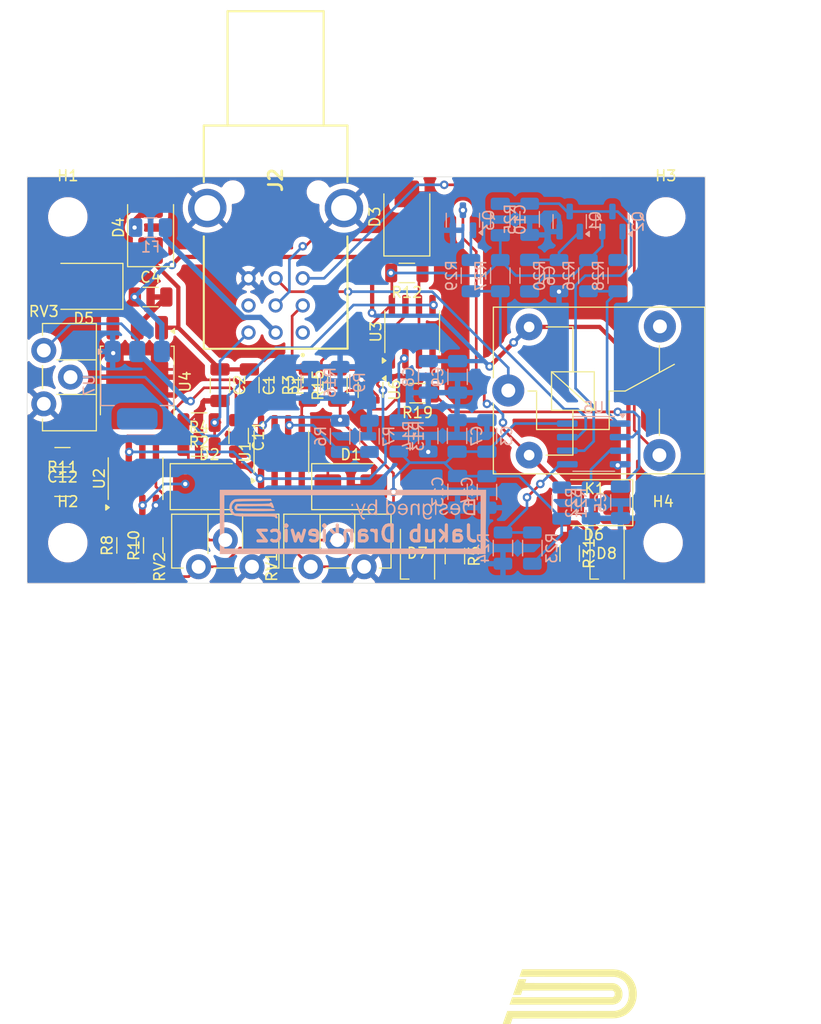
<source format=kicad_pcb>
(kicad_pcb (version 20240108) (generator "pcbnew") (generator_version "8.0")
  (layers (0 "F.Cu" signal) (1 "In1.Cu" signal) (2 "In2.Cu" signal) (31 "B.Cu" signal) (34 "B.Paste" user) (35 "F.Paste" user) (36 "B.SilkS" user "B.Silkscreen") (37 "F.SilkS" user "F.Silkscreen") (38 "B.Mask" user) (39 "F.Mask" user) (44 "Edge.Cuts" user))
  (net 0 "")
  (net 1 "GND")
  (net 2 "+5V")
  (net 3 "Net-(U5A--)")
  (net 4 "Net-(Q1-G)")
  (net 5 "Net-(Q1-D)")
  (net 6 "Net-(D4-K)")
  (net 7 "+12V")
  (net 8 "Net-(D1-A1)")
  (net 9 "Net-(D2-A1)")
  (net 10 "Net-(D4-A)")
  (net 11 "Net-(D6-A)")
  (net 12 "Net-(D7-K)")
  (net 13 "Net-(D8-K)")
  (net 14 "Net-(R26-Pad2)")
  (net 15 "Net-(R27-Pad2)")
  (net 17 "Net-(Q2-G)")
  (net 18 "Net-(U3A--)")
  (net 19 "Net-(U5A-+)")
  (net 20 "Net-(U5B-+)")
  (net 21 "Net-(U3B-+)")
  (net 24 "Net-(U1B--)")
  (net 25 "Net-(U2A--)")
  (net 26 "Net-(U1A-+)")
  (net 27 "Net-(U2B-+)")
  (net 28 "ControlSignal")
  (net 29 "+24V")
  (net 30 "Relay2")
  (net 31 "Brake1")
  (net 32 "Brake2")
  (net 33 "Relay1")
  (net 34 "Relay Drive Signal")
  (net 35 "BrakeLogic")
  (net 36 "CSLogic")
  (net 37 "Error")
  (footprint "put_silkscreen:PUTM_LOGO_15mm" (layer "F.Cu") (at 148.117394 170.112137)
    (property "Reference" "G***" (hide yes))
    (property "Value" "LOGO" (hide yes))
  )
  (footprint "Capacitor_SMD:C_1206_3216Metric" (layer "F.Cu") (at 118.5 113 -90)
    (property "Reference" "C1")
    (property "Value" "10u")
  )
  (footprint "Connector_9pin:D369G99NP4" (layer "F.Cu") (at 123.5 108.08 90)
    (property "Reference" "J2")
    (property "Value" "D369-G99-NP4" (hide yes))
  )
  (footprint "Resistor_SMD:R_1206_3216Metric" (layer "F.Cu") (at 124 113 90)
    (property "Reference" "R3")
    (property "Value" "10k")
  )
  (footprint "Diode_SMD:D_SMB" (layer "F.Cu") (at 114.75 122.5)
    (property "Reference" "D2")
    (property "Value" "D_TVS")
  )
  (footprint "Resistor_SMD:R_1206_3216Metric" (layer "F.Cu") (at 133.25 102.5 180)
    (property "Reference" "R12")
    (property "Value" "10k")
  )
  (footprint "MountingHole:MountingHole_3.2mm_M3_ISO7380" (layer "F.Cu") (at 101.5 97.25)
    (property "Reference" "H1")
    (property "Value" "MountingHole")
  )
  (footprint "Diode_SMD:D_SMB" (layer "F.Cu") (at 103 103.75 180)
    (property "Reference" "D5")
    (property "Value" "SMBJ18CA-E3/52")
  )
  (footprint "Resistor_SMD:R_1206_3216Metric" (layer "F.Cu") (at 134.25 113.75 180)
    (property "Reference" "R19")
    (property "Value" "39k")
  )
  (footprint "Potentiometer_THT:Potentiometer_ACP_CA9-H2,5_Horizontal" (layer "F.Cu") (at 124.2475 129.9975 90)
    (property "Reference" "RV1")
    (property "Value" "20k")
  )
  (footprint "LED_SMD:LED_PLCC-2" (layer "F.Cu") (at 152 128.75 90)
    (property "Reference" "D8")
    (property "Value" "LED RED")
  )
  (footprint "Resistor_SMD:R_1206_3216Metric" (layer "F.Cu") (at 107 128 90)
    (property "Reference" "R8")
    (property "Value" "100k")
  )
  (footprint "Potentiometer_THT:Potentiometer_ACP_CA9-H2,5_Horizontal" (layer "F.Cu") (at 113.7475 129.9975 90)
    (property "Reference" "RV2")
    (property "Value" "20k")
  )
  (footprint "Resistor_SMD:R_1206_3216Metric" (layer "F.Cu") (at 113.7875 118.75)
    (property "Reference" "R4")
    (property "Value" "10k")
  )
  (footprint "Resistor_SMD:R_1206_3216Metric" (layer "F.Cu") (at 148.5 128.75 -90)
    (property "Reference" "R31")
    (property "Value" "10k")
  )
  (footprint "Resistor_SMD:R_1206_3216Metric" (layer "F.Cu") (at 121.25 113 -90)
    (property "Reference" "R1")
    (property "Value" "100k")
  )
  (footprint "Resistor_SMD:R_1206_3216Metric" (layer "F.Cu") (at 126.75 113 90)
    (property "Reference" "R15")
    (property "Value" "10k")
  )
  (footprint "Potentiometer_THT:Potentiometer_ACP_CA9-H2,5_Horizontal" (layer "F.Cu") (at 99.25 109.75)
    (property "Reference" "RV3")
    (property "Value" "20k")
  )
  (footprint "Resistor_SMD:R_1206_3216Metric" (layer "F.Cu") (at 137.75 129 -90)
    (property "Reference" "R5")
    (property "Value" "1k")
  )
  (footprint "Resistor_SMD:R_1206_3216Metric" (layer "F.Cu") (at 101 122.5)
    (property "Reference" "R11")
    (property "Value" "10k")
  )
  (footprint "Capacitor_SMD:C_1206_3216Metric" (layer "F.Cu") (at 101 119.75 180)
    (property "Reference" "C12")
    (property "Value" "100n")
  )
  (footprint "Capacitor_SMD:C_1206_3216Metric" (layer "F.Cu") (at 115.75 113 -90)
    (property "Reference" "C2")
    (property "Value" "100n")
  )
  (footprint "Resistor_SMD:R_1206_3216Metric" (layer "F.Cu") (at 109.5 128 90)
    (property "Reference" "R10")
    (property "Value" "10k")
  )
  (footprint "Capacitor_SMD:C_1206_3216Metric" (layer "F.Cu") (at 117.5 117.75 -90)
    (property "Reference" "C11")
    (property "Value" "100n")
  )
  (footprint "Diode_SMD:D_SMB" (layer "F.Cu") (at 133.25 97.25 90)
    (property "Reference" "D3")
    (property "Value" "D_TVS")
  )
  (footprint "Package_SO:SOIC-8_3.9x4.9mm_P1.27mm" (layer "F.Cu") (at 133.75 108 90)
    (property "Reference" "U3")
    (property "Value" "LM393")
  )
  (footprint "LED_SMD:LED_PLCC-2" (layer "F.Cu") (at 134.25 128.75 90)
    (property "Reference" "D7")
    (property "Value" "LED GREEN")
  )
  (footprint "Relay_THT:Relay_SPDT_SANYOU_SRD_Series_Form_C" (layer "F.Cu") (at 142.75 113.5)
    (property "Reference" "K1")
    (property "Value" "SANYOU_SRD_Form_C")
  )
  (footprint "MountingHole:MountingHole_3.2mm_M3_ISO7380" (layer "F.Cu") (at 101.5 127.75)
    (property "Reference" "H2")
    (property "Value" "MountingHole")
  )
  (footprint "MountingHole:MountingHole_3.2mm_M3_ISO7380" (layer "F.Cu") (at 157.25 127.75)
    (property "Reference" "H4")
    (property "Value" "MountingHole")
  )
  (footprint "Package_SO:SOIC-8_3.9x4.9mm_P1.27mm" (layer "F.Cu") (at 121.5 119.25 90)
    (property "Reference" "U1")
    (property "Value" "LM393")
  )
  (footprint "Diode_SMD:D_SMB" (layer "F.Cu") (at 150.75 124 180)
    (property "Reference" "D6")
    (property "Value" "D")
  )
  (footprint "Package_TO_SOT_SMD:TO-252-3_TabPin2" (layer "F.Cu") (at 108 112.665 -90)
    (property "Reference" "U4")
    (property "Value" "MC78M12CDTG DPAK")
  )
  (footprint "MountingHole:MountingHole_3.2mm_M3_ISO7380" (layer "F.Cu") (at 157.5 97.25)
    (property "Reference" "H3")
    (property "Value" "MountingHole")
  )
  (footprint "Capacitor_SMD:C_1206_3216Metric" (layer "F.Cu") (at 109.25 104.75)
    (property "Reference" "C4")
    (property "Value" "100n")
  )
  (footprint "Resistor_SMD:R_1206_3216Metric" (layer "F.Cu") (at 113.7875 116.5 180)
    (property "Reference" "R2")
    (property "Value" "100k")
  )
  (footprint "Diode_SMD:D_SMB" (layer "F.Cu") (at 109.25 98.25 90)
    (property "Reference" "D4")
    (property "Value" "D_Schottky")
  )
  (footprint "Package_SO:SOIC-8_3.9x4.9mm_P1.27mm" (layer "F.Cu") (at 107.845 121.75 90)
    (property "Reference" "U2")
    (property "Value" "LM393")
  )
  (footprint "Package_TO_SOT_SMD:SOT-353_SC-70-5" (layer "F.Cu") (at 129.85 113.45 -90)
    (property "Reference" "U6")
    (property "Value" "74AHC1G02")
  )
  (footprint "Diode_SMD:D_SMB" (layer "F.Cu") (at 128 122.5)
    (property "Reference" "D1")
    (property "Value" "D_TVS")
  )
  (footprint "put_silkscreen:SignatureBox25mm" (layer "B.Cu") (at 128.178834 127.789667 180)
    (property "Reference" "G***" (hide yes))
    (property "Value" "LOGO" (hide yes))
  )
  (footprint "Resistor_SMD:R_1206_3216Metric" (layer "B.Cu") (at 139.25 102.75 -90)
    (property "Reference" "R29")
    (property "Value" "100R")
  )
  (footprint "Resistor_SMD:R_1206_3216Metric" (layer "B.Cu") (at 127 117.7875 -90)
    (property "Reference" "R6")
    (property "Value" "100k")
  )
  (footprint "Package_TO_SOT_SMD:SOT-23" (layer "B.Cu") (at 148.5 97.6875 90)
    (property "Reference" "Q1")
    (property "Value" "BSS138")
  )
  (footprint "Capacitor_SMD:C_1206_3216Metric" (layer "B.Cu") (at 140.75 117.75 90)
    (property "Reference" "C3")
    (property "Value" "100n")
  )
  (footprint "Capacitor_SMD:C_1206_3216Metric" (layer "B.Cu") (at 153.25 123.975 -90)
    (property "Reference" "C5")
    (property "Value" "10u")
  )
  (footprint "Resistor_SMD:R_1206_3216Metric" (layer "B.Cu") (at 142.25 128.25 -90)
    (property "Reference" "R24")
    (property "Value" "10k")
  )
  (footprint "Capacitor_SMD:C_1206_3216Metric" (layer "B.Cu") (at 135.25 112.225 -90)
    (property "Reference" "C8")
    (property "Value" "10u")
  )
  (footprint "Resistor_SMD:R_1206_3216Metric" (layer "B.Cu") (at 144.75 97.475 -90)
    (property "Reference" "R25")
    (property "Value" "1M")
  )
  (footprint "Capacitor_SMD:C_1206_3216Metric" (layer "B.Cu") (at 138 112.225 -90)
    (property "Reference" "C9")
    (property "Value" "100n")
  )
  (footprint "Resistor_SMD:R_1206_3216Metric" (layer "B.Cu") (at 150.25 102.75 -90)
    (property "Reference" "R26")
    (property "Value" "10k")
  )
  (footprint "Resistor_SMD:R_1206_3216Metric" (layer "B.Cu") (at 142 102.75 -90)
    (property "Reference" "R27")
    (property "Value" "10k")
  )
  (footprint "Resistor_SMD:R_1206_3216Metric" (layer "B.Cu") (at 124.25 112.75 90)
    (property "Reference" "R16")
    (property "Value" "0R")
  )
  (footprint "Resistor_SMD:R_1206_3216Metric" (layer "B.Cu") (at 127 112.75 90)
    (property "Reference" "R9")
    (property "Value" "0R")
  )
  (footprint "Capacitor_SMD:C_1206_3216Metric" (layer "B.Cu") (at 144.75 102.75 90)
    (property "Reference" "C6")
    (property "Value" "100n")
  )
  (footprint "Capacitor_SMD:C_1206_3216Metric" (layer "B.Cu") (at 140.75 122.995 -90)
    (property "Reference" "C14")
    (property "Value" "100n")
  )
  (footprint "Package_SO:SOIC-8_3.9x4.9mm_P1.27mm" (layer "B.Cu") (at 150.75 118.5 180)
    (property "Reference" "U5")
    (property "Value" "LM393")
  )
  (footprint "Resistor_SMD:R_1206_3216Metric" (layer "B.Cu") (at 145 128.25 90)
    (property "Reference" "R23")
    (property "Value" "100k")
  )
  (footprint "Resistor_SMD:R_1206_3216Metric" (layer "B.Cu") (at 153 102.75 -90)
    (property "Reference" "R28")
    (property "Value" "100R")
  )
  (footprint "Package_TO_SOT_SMD:SOT-223" (layer "B.Cu") (at 108 113 -90)
    (property "Reference" "U7")
    (property "Value" "LM1117-5.0")
  )
  (footprint "Package_TO_SOT_SMD:SOT-23" (layer "B.Cu") (at 138.5 97.5625 90)
    (property "Reference" "Q3")
    (property "Value" "BSS138")
  )
  (footprint "Resistor_SMD:R_1206_3216Metric" (layer "B.Cu") (at 132.5 117.75 90)
    (property "Reference" "R13")
    (property "Value" "100k")
  )
  (footprint "Resistor_SMD:R_1206_3216Metric" (layer "B.Cu") (at 150.5 124 -90)
    (property "Reference" "R22")
    (property "Value" "100k")
  )
  (footprint "Resistor_SMD:R_1206_3216Metric" (layer "B.Cu") (at 147.5 102.75 -90)
    (property "Reference" "R20")
    (property "Value" "820k")
  )
  (footprint "Fuse:Fuse_1206_3216Metric" (layer "B.Cu") (at 109.25 98.25)
    (property "Reference" "F1")
    (property "Value" "500mA")
  )
  (footprint "Resistor_SMD:R_1206_3216Metric" (layer "B.Cu") (at 147.75 124.0375 90)
    (property "Reference" "R21")
    (property "Value" "39k")
  )
  (footprint "Capacitor_SMD:C_1206_3216Metric" (layer "B.Cu") (at 142 97.5 90)
    (property "Reference" "C10")
    (property "Value" "10u")
  )
  (footprint "Capacitor_SMD:C_1206_3216Metric" (layer "B.Cu") (at 137.95 117.75 90)
    (property "Reference" "C7")
    (property "Value" "100n")
  )
  (footprint "Resistor_SMD:R_1206_3216Metric" (layer "B.Cu") (at 135.25 117.75 -90)
    (property "Reference" "R14")
    (property "Value" "10k")
  )
  (footprint "Resistor_SMD:R_1206_3216Metric" (layer "B.Cu") (at 129.75 117.7875 90)
    (property "Reference" "R7")
    (property "Value" "10k")
  )
  (footprint "Capacitor_SMD:C_1206_3216Metric" (layer "B.Cu") (at 138 122.975 -90)
    (property "Reference" "C13")
    (property "Value" "10u")
  )
  (footprint "Package_TO_SOT_SMD:SOT-23" (layer "B.Cu") (at 152.5 97.6875 90)
    (property "Reference" "Q2")
    (property "Value" "Si2319CDS")
  )
  (gr_line (start 161.1884 131.5466) (end 161.1884 93.4974) (stroke (width 0.05)) (layer "Edge.Cuts"))
  (gr_line (start 161.1884 93.4974) (end 97.6884 93.5101) (stroke (width 0.05)) (layer "Edge.Cuts"))
  (gr_line (start 97.6884 93.5101) (end 97.6884 131.5466) (stroke (width 0.05)) (layer "Edge.Cuts"))
  (gr_line (start 97.6884 131.5466) (end 161.1884 131.5466) (stroke (width 0.05)) (layer "Edge.Cuts"))
  (segment (start 117.1 112.5) (end 113.975 112.5) (width 0.25) (layer "F.Cu") (net 1))
  (segment (start 114.225 114.6) (end 114.225 115.0451) (width 0.25) (layer "F.Cu") (net 1))
  (segment (start 115.75 114.475) (end 114.35 114.475) (width 0.25) (layer "F.Cu") (net 1))
  (segment (start 118.5 114.475) (end 118.5 113.9) (width 0.25) (layer "F.Cu") (net 1))
  (segment (start 118.5125 114.4625) (end 118.5 114.475) (width 0.25) (layer "F.Cu") (net 1))
  (segment (start 121.25 114.4625) (end 118.5125 114.4625) (width 0.25) (layer "F.Cu") (net 1))
  (segment (start 112.7701 116.5) (end 112.325 116.5) (width 0.25) (layer "F.Cu") (net 1))
  (segment (start 113.975 112.5) (end 113 111.525) (width 0.25) (layer "F.Cu") (net 1))
  (segment (start 108 107.475) (end 110.725 104.75) (width 0.5) (layer "F.Cu") (net 1))
  (segment (start 110.25 111.525) (end 109.525 112.25) (width 0.25) (layer "F.Cu") (net 1))
  (segment (start 108 107.625) (end 108 107.475) (width 0.5) (layer "F.Cu") (net 1))
  (segment (start 113 111.525) (end 110.25 111.525) (width 0.25) (layer "F.Cu") (net 1))
  (segment (start 118.5 113.9) (end 117.1 112.5) (width 0.25) (layer "F.Cu") (net 1))
  (segment (start 114.225 115.0451) (end 112.7701 116.5) (width 0.25) (layer "F.Cu") (net 1))
  (segment (start 114.35 114.475) (end 114.225 114.6) (width 0.25) (layer "F.Cu") (net 1))
  (via (at 135.25 119.25) (size 0.8) (drill 0.4) (layers "F.Cu" "B.Cu") (net 1))
  (via (at 105.75 110) (size 0.8) (drill 0.4) (layers "F.Cu" "B.Cu") (net 1))
  (via (at 153 120.5) (size 0.8) (drill 0.4) (layers "F.Cu" "B.Cu") (net 1))
  (via (at 147.5 104.25) (size 0.8) (drill 0.4) (layers "F.Cu" "B.Cu") (net 1))
  (via (at 129 112.5) (size 0.8) (drill 0.4) (layers "F.Cu" "B.Cu") (net 1))
  (via (at 109.75 124.25) (size 0.8) (drill 0.4) (layers "F.Cu" "B.Cu") (net 1))
  (segment (start 127 114.7125) (end 126.75 114.4625) (width 0.25) (layer "F.Cu") (net 2))
  (segment (start 129.5 127.25) (end 126.7525 129.9975) (width 0.25) (layer "F.Cu") (net 2))
  (segment (start 99.5375 122.5) (end 102.2875 119.75) (width 0.25) (layer "F.Cu") (net 2))
  (segment (start 119.57 116.775) (end 119.75 116.75) (width 0.25) (layer "F.Cu") (net 2))
  (segment (start 126.7525 129.9975) (end 124.2475 129.9975) (width 0.25) (layer "F.Cu") (net 2))
  (segment (start 132 123) (end 132 124.75) (width 0.25) (layer "F.Cu") (net 2))
  (segment (start 107 129.4625) (end 105 127.4625) (width 0.25) (layer "F.Cu") (net 2))
  (segment (start 108.457499 130.919999) (end 107 129.4625) (width 0.25) (layer "F.Cu") (net 2))
  (segment (start 117.5 116.275) (end 117.25 116.025) (width 0.25) (layer "F.Cu") (net 2))
  (segment (start 107.084092 117.75) (end 105.94 118.894092) (width 0.25) (layer "F.Cu") (net 2))
  (segment (start 131.7875 102.5) (end 131.75 102.5) (width 0.25) (layer "F.Cu") (net 2))
  (segment (start 131.75 102.5) (end 131.75 102.4625) (width 0.25) (layer "F.Cu") (net 2))
  (segment (start 119.75 116.75) (end 119.62 116.775) (width 0.25) (layer "F.Cu") (net 2))
  (segment (start 105.465 119.75) (end 102.475 119.75) (width 0.25) (layer "F.Cu") (net 2))
  (segment (start 131.845 105.525) (end 131.845 102.5575) (width 0.25) (layer "F.Cu") (net 2))
  (segment (start 101.2875 124.25) (end 99.5375 122.5) (width 0.25) (layer "F.Cu") (net 2))
  (segment (start 134.25 127.25) (end 129.5 127.25) (width 0.25) (layer "F.Cu") (net 2))
  (segment (start 110.5951 117.75) (end 107.084092 117.75) (width 0.25) (layer "F.Cu") (net 2))
  (segment (start 119.595 116.775) (end 118 116.775) (width 0.25) (layer "F.Cu") (net 2))
  (segment (start 105 126.5) (end 102.75 124.25) (width 0.25) (layer "F.Cu") (net 2))
  (segment (start 102.75 124.25) (end 101.2875 124.25) (width 0.25) (layer "F.Cu") (net 2))
  (segment (start 127.5 109.75) (end 126.25 109.75) (width 0.25) (layer "F.Cu") (net 2))
  (segment (start 118 116.775) (end 117.5 116.275) (width 0.25) (layer "F.Cu") (net 2))
  (segment (start 115.86175 129.9975) (end 113.7475 129.9975) (width 0.25) (layer "F.Cu") (net 2))
  (segment (start 127.7125 113.5) (end 126.75 114.4625) (width 0.25) (layer "F.Cu") (net 2))
  (segment (start 130.5 114) (end 130 113.5) (width 0.25) (layer "F.Cu") (net 2))
  (segment (start 116.75 113.25) (end 114.25 113.25) (width 0.25) (layer "F.Cu") (net 2))
  (segment (start 131.845 102.5575) (end 131.7875 102.5) (width 0.25) (layer "F.Cu") (net 2))
  (segment (start 112.825001 130.919999) (end 113.7475 129.9975) (width 0.25) (layer "F.Cu") (net 2))
  (segment (start 130 113.5) (end 127.7125 113.5) (width 0.25) (layer "F.Cu") (net 2))
  (segment (start 105.94 119.275) (end 105.465 119.75) (width 0.25) (layer "F.Cu") (net 2))
  (segment (start 102.2875 119.75) (end 102.475 119.75) (width 0.25) (layer "F.Cu") (net 2))
  (segment (start 105 127.4625) (end 105 126.5) (width 0.25) (layer "F.Cu") (net 2))
  (segment (start 130.5 114.4) (end 130.5 114) (width 0.25) (layer "F.Cu") (net 2))
  (segment (start 127 116.25) (end 127 114.7125) (width 0.25) (layer "F.Cu") (net 2))
  (segment (start 112.25 114.5) (end 111.25 115.5) (width 0.25) (layer "F.Cu") (net 2))
  (segment (start 131.845 105.525) (end 131.725 105.525) (width 0.25) (layer "F.Cu") (net 2))
  (segment (start 132 123) (end 132 121.25) (width 0.25) (layer "F.Cu") (net 2))
  (segment (start 125.25 110.75) (end 125.25 112.9625) (width 0.25) (layer "F.Cu") (net 2))
  (segment (start 111.25 117.0951) (end 110.5951 117.75) (width 0.25) (layer "F.Cu") (net 2))
  (segment (start 131.725 105.525) (end 127.5 109.75) (width 0.25) (layer "F.Cu") (net 2))
  (segment (start 126.25 109.75) (end 125.25 110.75) (width 0.25) (layer "F.Cu") (net 2))
  (segment (start 119.595 116.775) (end 119.57 116.775) (width 0.25) (layer "F.Cu") (net 2))
  (segment (start 117.25 116.025) (end 117.25 113.75) (width 0.25) (layer "F.Cu") (net 2))
  (segment (start 111.25 115.5) (end 111.25 117.0951) (width 0.25) (layer "F.Cu") (net 2))
  (segment (start 124.2475 129.9975) (end 122.5 128.25) (width 0.25) (layer "F.Cu") (net 2))
  (segment (start 125.25 112.9625) (end 126.75 114.4625) (width 0.25) (layer "F.Cu") (net 2))
  (segment (start 117.60925 128.25) (end 115.86175 129.9975) (width 0.25) (layer "F.Cu") (net 2))
  (segment (start 132 121.25) (end 127 116.25) (width 0.25) (layer "F.Cu") (net 2))
  (segment (start 113 114.475) (end 113 114.5) (width 0.25) (layer "F.Cu") (net 2))
  (segment (start 113 114.5) (end 112.25 114.5) (width 0.25) (layer "F.Cu") (net 2))
  (segment (start 105.94 118.894092) (end 105.94 119.275) (width 0.25) (layer "F.Cu") (net 2))
  (segment (start 132 124.75) (end 129.5 127.25) (width 0.25) (layer "F.Cu") (net 2))
  (segment (start 117.25 113.75) (end 116.75 113.25) (width 0.25) (layer "F.Cu") (net 2))
  (segment (start 122.5 128.25) (end 117.60925 128.25) (width 0.25) (layer "F.Cu") (net 2))
  (segment (start 131.75 102.4625) (end 131.7875 102.5) (width 0.25) (layer "F.Cu") (net 2))
  (segment (start 108.457499 130.919999) (end 112.825001 130.919999) (width 0.25) (layer "F.Cu") (net 2))
  (segment (start 114.25 113.25) (end 113 114.5) (width 0.25) (layer "F.Cu") (net 2))
  (via (at 132 123) (size 0.8) (drill 0.4) (layers "F.Cu" "B.Cu") (net 2))
  (via (at 127 116.25) (size 0.8) (drill 0.4) (layers "F.Cu" "B.Cu") (net 2))
  (via (at 131.75 102.5) (size 0.8) (drill 0.4) (layers "F.Cu" "B.Cu") (net 2))
  (via (at 119.75 116.75) (size 0.8) (drill 0.4) (layers "F.Cu" "B.Cu") (net 2))
  (via (at 113 114.5) (size 0.8) (drill 0.4) (layers "F.Cu" "B.Cu") (net 2))
  (segment (start 143.4625 102.75) (end 142 101.2875) (width 0.25) (layer "B.Cu") (net 2))
  (segment (start 106.5 107.25) (end 101.75 107.25) (width 0.25) (layer "B.Cu") (net 2))
  (segment (start 136.5 120.25) (end 133.5375 120.25) (width 0.25) (layer "B.Cu") (net 2))
  (segment (start 136.75 120.25) (end 136.925 120.25) (width 0.25) (layer "B.Cu") (net 2))
  (segment (start 138.02 121.52) (end 138 121.5) (width 0.25) (layer "B.Cu") (net 2))
  (segment (start 136.925 120.25) (end 137.95 119.225) (width 0.25) (layer "B.Cu") (net 2))
  (segment (start 108 108.75) (end 106.5 107.25) (width 0.25) (layer "B.Cu") (net 2))
  (segment (start 108 109.85) (end 108 108.75) (width 0.25) (layer "B.Cu") (net 2))
  (segment (start 143.38 116.595) (end 140.75 119.225) (width 0.25) (layer "B.Cu") (net 2))
  (segment (start 132 121.75) (end 132 123) (width 0.25) (layer "B.Cu") (net 2))
  (segment (start 133.5375 120.25) (end 132.5 119.2125) (width 0.25) (layer "B.Cu") (net 2))
  (segment (start 146.225 102.75) (end 148.7875 102.75) (width 0.25) (layer "B.Cu") (net 2))
  (segment (start 136.75 120.25) (end 136.5 120.25) (width 0.25) (layer "B.Cu") (net 2))
  (segment (start 132.5 119.2125) (end 132.5 119.2125) (width 0.25) (layer "B.Cu") (net 2))
  (segment (start 151.55 98.625) (end 151.55 99.9875) (width 0.25) (layer "B.Cu") (net 2))
  (segment (start 140.75 121.52) (end 138.02 121.52) (width 0.25) (layer "B.Cu") (net 2))
  (segment (start 120.5 116) (end 119.75 116.75) (width 0.25) (layer "B.Cu") (net 2))
  (segment (start 133.5 120.25) (end 132 121.75) (width 0.25) (layer "B.Cu") (net 2))
  (segment (start 145 129.7125) (end 147.75 126.9625) (width 0.25) (layer "B.Cu") (net 2))
  (segment (start 133.5375 120.25) (end 133.5 120.25) (width 0.25) (layer "B.Cu") (net 2))
  (segment (start 140.75 121.52) (end 143.77 121.52) (width 0.25) (layer "B.Cu") (net 2))
  (segment (start 126.75 116) (end 120.5 116) (width 0.25) (layer "B.Cu") (net 2))
  (segment (start 140.5375 102.75) (end 142 101.2875) (width 0.25) (layer "B.Cu") (net 2))
  (segment (start 148.275 116.595) (end 143.38 116.595) (width 0.25) (layer "B.Cu") (net 2))
  (segment (start 112.65 114.5) (end 113 114.5) (width 0.5) (layer "B.Cu") (net 2))
  (segment (start 143.77 121.52) (end 147.75 125.5) (width 0.25) (layer "B.Cu") (net 2))
  (segment (start 136.75 102.5) (end 137 102.75) (width 0.25) (layer "B.Cu") (net 2))
  (segment (start 131.75 102.5) (end 136.75 102.5) (width 0.25) (layer "B.Cu") (net 2))
  (segment (start 138 121.5) (end 136.75 120.25) (width 0.25) (layer "B.Cu") (net 2))
  (segment (start 144.75 104.225) (end 146.225 102.75) (width 0.25) (layer "B.Cu") (net 2))
  (segment (start 151.55 99.9875) (end 150.25 101.2875) (width 0.25) (layer "B.Cu") (net 2))
  (segment (start 146.225 102.75) (end 143.4625 102.75) (width 0.25) (layer "B.Cu") (net 2))
  (segment (start 142 101.2875) (end 142 98.975) (width 0.25) (layer "B.Cu") (net 2))
  (segment (start 148.7875 102.75) (end 150.25 101.2875) (width 0.25) (layer "B.Cu") (net 2))
  (segment (start 127 116.25) (end 126.75 116) (width 0.25) (layer "B.Cu") (net 2))
  (segment (start 101.75 107.25) (end 99.25 109.75) (width 0.25) (layer "B.Cu") (net 2))
  (segment (start 140.75 119.225) (end 137.95 119.225) (width 0.25) (layer "B.Cu") (net 2))
  (segment (start 137 102.75) (end 140.5375 102.75) (width 0.25) (layer "B.Cu") (net 2))
  (segment (start 132 123) (end 132 122.7875) (width 0.25) (layer "B.Cu") (net 2))
  (segment (start 108 109.85) (end 112.65 114.5) (width 0.5) (layer "B.Cu") (net 2))
  (segment (start 147.75 126.9625) (end 147.75 125.5) (width 0.25) (layer "B.Cu") (net 2))
  (segment (start 153 115.5) (end 137.4625 115.5) (width 0.25) (layer "F.Cu") (net 3))
  (segment (start 137.4625 115.5) (end 135.7125 113.75) (width 0.25) (layer "F.Cu") (net 3))
  (via (at 153 115.5) (size 0.8) (drill 0.4) (layers "F.Cu" "B.Cu") (net 3))
  (segment (start 155 117.25) (end 154.385 117.865) (width 0.25) (layer "B.Cu") (net 3))
  (segment (start 154.5 115.5) (end 155 116) (width 0.25) (layer "B.Cu") (net 3))
  (segment (start 155 120.75) (end 153.25 122.5) (width 0.25) (layer "B.Cu") (net 3))
  (segment (start 153 115.5) (end 154.5 115.5) (width 0.25) (layer "B.Cu") (net 3))
  (segment (start 155 117.25) (end 155 120.75) (width 0.25) (layer "B.Cu") (net 3))
  (segment (start 155 116) (end 155 117.25) (width 0.25) (layer "B.Cu") (net 3))
  (segment (start 154.385 117.865) (end 153.225 117.865) (width 0.25) (layer "B.Cu") (net 3))
  (segment (start 147.5 100.575) (end 147.5 101.2875) (width 0.25) (layer "B.Cu") (net 4))
  (segment (start 144.75 101.275) (end 147.4875 101.275) (width 0.25) (layer "B.Cu") (net 4))
  (segment (start 149.45 98.625) (end 147.5 100.575) (width 0.25) (layer "B.Cu") (net 4))
  (segment (start 147.4875 101.275) (end 147.5 101.2875) (width 0.25) (layer "B.Cu") (net 4))
  (segment (start 147.7 101.0875) (end 147.5 101.2875) (width 0.25) (layer "B.Cu") (net 4))
  (segment (start 150.75 115) (end 149.05 113.3) (width 0.25) (layer "B.Cu") (net 5))
  (segment (start 154.25 101.7951) (end 154.25 98.011592) (width 0.25) (layer "B.Cu") (net 5))
  (segment (start 148.25 96.75) (end 147.5125 96.0125) (width 0.25) (layer "B.Cu") (net 5))
  (segment (start 147.5125 96.0125) (end 144.75 96.0125) (width 0.25) (layer "B.Cu") (net 5))
  (segment (start 152.988408 96.75) (end 152.5 96.75) (width 0.25) (layer "B.Cu") (net 5))
  (segment (start 144.7375 96.025) (end 144.75 96.0125) (width 0.25) (layer "B.Cu") (net 5))
  (segment (start 154.25 98.011592) (end 152.988408 96.75) (width 0.25) (layer "B.Cu") (net 5))
  (segment (start 149.05 113.3) (end 149.05 103.6549) (width 0.25) (layer "B.Cu") (net 5))
  (segment (start 149.9549 102.75) (end 153.2951 102.75) (width 0.25) (layer "B.Cu") (net 5))
  (segment (start 149.865 119.135) (end 150.75 118.25) (width 0.25) (layer "B.Cu") (net 5))
  (segment (start 150.75 118.25) (end 150.75 115) (width 0.25) (layer "B.Cu") (net 5))
  (segment (start 149.05 103.6549) (end 149.9549 102.75) (width 0.25) (layer "B.Cu") (net 5))
  (segment (start 153.2951 102.75) (end 154.25 101.7951) (width 0.25) (layer "B.Cu") (net 5))
  (segment (start 142 96.025) (end 144.7375 96.025) (width 0.25) (layer "B.Cu") (net 5))
  (segment (start 148.5 96.75) (end 152.5 96.75) (width 0.25) (layer "B.Cu") (net 5))
  (segment (start 148.5 96.75) (end 148.25 96.75) (width 0.25) (layer "B.Cu") (net 5))
  (segment (start 148.275 119.135) (end 149.865 119.135) (width 0.25) (layer "B.Cu") (net 5))
  (segment (start 108.5 100.4) (end 109.25 100.4) (width 0.25) (layer "F.Cu") (net 6))
  (segment (start 118.5 111.525) (end 115.75 111.525) (width 0.4) (layer "F.Cu") (net 6))
  (segment (start 111.85 107.625) (end 111.85 103.85) (width 0.4) (layer "F.Cu") (net 6))
  (segment (start 105.9 103) (end 105.5 103.4) (width 0.5) (layer "F.Cu") (net 6))
  (segment (start 115.75 111.525) (end 111.85 107.625) (width 0.4) (layer "F.Cu") (net 6))
  (segment (start 109.25 101.25) (end 109.25 100.4) (width 0.4) (layer "F.Cu") (net 6))
  (segment (start 111.85 107.625) (end 110.28 107.625) (width 0.4) (layer "F.Cu") (net 6))
  (segment (start 105.9 103.75) (end 105.15 103.75) (width 0.4) (layer "F.Cu") (net 6))
  (segment (start 111.85 103.85) (end 109.25 101.25) (width 0.4) (layer "F.Cu") (net 6))
  (segment (start 109.25 100.4) (end 105.9 103.75) (width 0.4) (layer "F.Cu") (net 6))
  (segment (start 154 110.25) (end 151.3 107.55) (width 0.4) (layer "F.Cu") (net 7))
  (segment (start 128.5 101) (end 112 101) (width 0.4) (layer "F.Cu") (net 7))
  (segment (start 105.72 106.805) (end 107.75 104.775) (width 0.5) (layer "F.Cu") (net 7))
  (segment (start 107.75 104.775) (end 107.75 104.75) (width 0.5) (layer "F.Cu") (net 7))
  (segment (start 130 106.224694) (end 130 102.5) (width 0.4) (layer "F.Cu") (net 7))
  (segment (start 152.9 124) (end 154 122.9) (width 0.4) (layer "F.Cu") (net 7))
  (segment (start 129.987347 106.237347) (end 130 106.224694) (width 0.4) (layer "F.Cu") (net 7))
  (segment (start 107.75 104.75) (end 107.775 104.75) (width 0.5) (layer "F.Cu") (net 7))
  (segment (start 105.72 107.625) (end 105.72 106.805) (width 0.5) (layer "F.Cu") (net 7))
  (segment (start 141 111.25) (end 143.25 109) (width 0.4) (layer "F.Cu") (net 7))
  (segment (start 112 101) (end 111.25 101.75) (width 0.4) (layer "F.Cu") (net 7))
  (segment (start 130 102.5) (end 128.5 101) (width 0.4) (layer "F.Cu") (net 7))
  (segment (start 154 122.9) (end 154 110.25) (width 0.4) (layer "F.Cu") (net 7))
  (segment (start 107.775 104.75) (end 107.775 104.75) (width 0.5) (layer "F.Cu") (net 7))
  (segment (start 151.3 107.55) (end 144.7 107.55) (width 0.4) (layer "F.Cu") (net 7))
  (via (at 107.75 104.75) (size 0.8) (drill 0.4) (layers "F.Cu" "B.Cu") (net 7))
  (via (at 143.25 109) (size 0.8) (drill 0.4) (layers "F.Cu" "B.Cu") (net 7))
  (via (at 111.25 101.75) (size 0.8) (drill 0.4) (layers "F.Cu" "B.Cu") (net 7))
  (via (at 141 111.25) (size 0.8) (drill 0.4) (layers "F.Cu" "B.Cu") (net 7))
  (via (at 143.25 109) (size 0.8) (drill 0.4) (layers "F.Cu" "B.Cu") (net 7))
  (via (at 143.25 109) (size 0.8) (drill 0.4) (layers "F.Cu" "B.Cu") (net 7))
  (via (at 129.987347 106.237347) (size 0.8) (drill 0.4) (layers "F.Cu" "B.Cu") (net 7))
  (segment (start 110.75 101.75) (end 111.25 101.75) (width 0.4) (layer "B.Cu") (net 7))
  (segment (start 136.25 106.5) (end 141 111.25) (width 0.4) (layer "B.Cu") (net 7))
  (segment (start 129.987347 106.237347) (end 130.25 106.5) (width 0.4) (layer "B.Cu") (net 7))
  (segment (start 138 110.75) (end 140.5 110.75) (width 0.4) (layer "B.Cu") (net 7))
  (segment (start 110.3 107.3) (end 110.3 109.85) (width 0.5) (layer "B.Cu") (net 7))
  (segment (start 107.75 104.75) (end 110.3 107.3) (width 0.5) (layer "B.Cu") (net 7))
  (segment (start 140.5 110.75) (end 141 111.25) (width 0.4) (layer "B.Cu") (net 7))
  (segment (start 135.25 110.75) (end 135.75 110.75) (width 0.4) (layer "B.Cu") (net 7))
  (segment (start 107.75 104.75) (end 110.75 101.75) (width 0.4) (layer "B.Cu") (net 7))
  (segment (start 138 110.75) (end 135.25 110.75) (width 0.4) (layer "B.Cu") (net 7))
  (segment (start 130.25 106.5) (end 136.25 106.5) (width 0.4) (layer "B.Cu") (net 7))
  (segment (start 144.7 107.55) (end 143.25 109) (width 0.4) (layer "B.Cu") (net 7))
  (segment (start 120.865 120.750001) (end 120.865 121.725) (width 0.25) (layer "F.Cu") (net 8))
  (segment (start 124 114.4625) (end 123.405 115.0575) (width 0.25) (layer "F.Cu") (net 8))
  (segment (start 125.85 120.655001) (end 125.85 122.5) (width 0.25) (layer "F.Cu") (net 8))
  (segment (start 123.405 115.0575) (end 123.405 116.775) (width 0.25) (layer "F.Cu") (net 8))
  (segment (start 123.405 118.210001) (end 120.865 120.750001) (width 0.25) (layer "F.Cu") (net 8))
  (segment (start 123.405 116.775) (end 123.405 118.210001) (width 0.25) (layer "F.Cu") (net 8))
  (segment (start 123.405 118.210001) (end 125.85 120.655001) (width 0.25) (layer "F.Cu") (net 8))
  (segment (start 112.325 118.75) (end 112.7875 119.2125) (width 0.25) (layer "F.Cu") (net 9))
  (segment (start 108.48 119.275) (end 108.5 124.25) (width 0.25) (layer "F.Cu") (net 9))
  (segment (start 112.7875 121.9625) (end 112.5 122.25) (width 0.25) (layer "F.Cu") (net 9))
  (segment (start 108.5 124.25) (end 108.48 124.225) (width 0.25) (layer "F.Cu") (net 9))
  (segment (start 112.7875 119.2125) (end 112.7875 121.9625) (width 0.25) (layer "F.Cu") (net 9))
  (segment (start 112.0375 121.7875) (end 112.5 122.25) (width 0.25) (layer "F.Cu") (net 9))
  (via (at 108.5 124.25) (size 0.8) (drill 0.4) (layers "F.Cu" "B.Cu") (net 9))
  (via (at 112.5 122.25) (size 0.8) (drill 0.4) (layers "F.Cu" "B.Cu") (net 9))
  (segment (start 108.5 124.25) (end 110.5 122.25) (width 0.25) (layer "B.Cu") (net 9))
  (segment (start 110.5 122.25) (end 112.5 122.25) (width 0.25) (layer "B.Cu") (net 9))
  (segment (start 107.75 97.6) (end 109.25 96.1) (width 0.5) (layer "F.Cu") (net 10))
  (segment (start 107.75 98.25) (end 107.75 97.6) (width 0.5) (layer "F.Cu") (net 10))
  (via (at 107.75 98.25) (size 0.8) (drill 0.4) (layers "F.Cu" "B.Cu") (net 10))
  (segment (start 138.5 99.25) (end 138.5 96.625) (width 0.25) (layer "F.Cu") (net 11))
  (segment (start 140.5 114.5) (end 140.75 114.75) (width 0.25) (layer "F.Cu") (net 11))
  (segment (start 142.25 116.5) (end 142.25 117.1) (width 0.25) (layer "F.Cu") (net 11))
  (segment (start 148.6 124) (end 148.6 123.45) (width 0.4) (layer "F.Cu") (net 11))
  (segment (start 139.75 100.5) (end 139.75 111.75) (width 0.25) (layer "F.Cu") (net 11))
  (segment (start 152 127.25) (end 151.85 127.25) (width 0.4) (layer "F.Cu") (net 11))
  (segment (start 139.75 100.5) (end 138.5 99.25) (width 0.25) (layer "F.Cu") (net 11))
  (segment (start 139.75 111.75) (end 140.5 112.5) (width 0.25) (layer "F.Cu") (net 11))
  (segment (start 148.6 123.45) (end 144.7 119.55) (width 0.4) (layer "F.Cu") (net 11))
  (segment (start 140.5 112.5) (end 140.5 114.5) (width 0.25) (layer "F.Cu") (net 11))
  (segment (start 142.25 117.1) (end 144.7 119.55) (width 0.25) (layer "F.Cu") (net 11))
  (segment (start 151.85 127.25) (end 148.6 124) (width 0.4) (layer "F.Cu") (net 11))
  (via (at 142.25 116.5) (size 0.8) (drill 0.4) (layers "F.Cu" "B.Cu") (net 11))
  (via (at 140.75 114.75) (size 0.8) (drill 0.4) (layers "F.Cu" "B.Cu") (net 11))
  (via (at 138.5 96.625) (size 0.8) (drill 0.4) (layers "F.Cu" "B.Cu") (net 11))
  (segment (start 142.25 115.75) (end 142.25 116.5) (width 0.25) (layer "B.Cu") (net 11))
  (segment (start 141.25 114.75) (end 142.25 115.75) (width 0.25) (layer "B.Cu") (net 11))
  (segment (start 140.75 114.75) (end 141.25 114.75) (width 0.25) (layer "B.Cu") (net 11))
  (segment (start 137.75 130.4625) (end 134.4625 130.4625) (width 0.25) (layer "F.Cu") (net 12))
  (segment (start 134.4625 130.4625) (end 134.25 130.25) (width 0.25) (layer "F.Cu") (net 12))
  (segment (start 148.5375 130.25) (end 148.5 130.2125) (width 0.25) (layer "F.Cu") (net 13))
  (segment (start 148.5 130.2125) (end 151.9625 130.2125) (width 0.4) (layer "F.Cu") (net 13))
  (segment (start 151.9625 130.2125) (end 152 130.25) (width 0.4) (layer "F.Cu") (net 13))
  (segment (start 153.069695 116.595) (end 152 115.525305) (width 0.25) (layer "B.Cu") (net 14))
  (segment (start 152 105.2125) (end 153 104.2125) (width 0.25) (layer "B.Cu") (net 14))
  (segment (start 153.225 116.595) (end 153.069695 116.595) (width 0.25) (layer "B.Cu") (net 14))
  (segment (start 153 104.2125) (end 150.25 104.2125) (width 0.25) (layer "B.Cu") (net 14))
  (segment (start 152 115.525305) (end 152 105.2125) (width 0.25) (layer "B.Cu") (net 14))
  (segment (start 148 115.25) (end 149.25 115.25) (width 0.25) (layer "B.Cu") (net 15))
  (segment (start 142 109.25) (end 148 115.25) (width 0.25) (layer "B.Cu") (net 15))
  (segment (start 150 117.114999) (end 149.249999 117.865) (width 0.25) (layer "B.Cu") (net 15))
  (segment (start 142 104.2125) (end 142 109.25) (width 0.25) (layer "B.Cu") (net 15))
  (segment (start 149.249999 117.865) (end 148.275 117.865) (width 0.25) (layer "B.Cu") (net 15))
  (segment (start 142 104.2125) (end 139.25 104.2125) (width 0.25) (layer "B.Cu") (net 15))
  (segment (start 150 116) (end 150 117.114999) (width 0.25) (layer "B.Cu") (net 15))
  (segment (start 149.25 115.25) (end 150 116) (width 0.25) (layer "B.Cu") (net 15))
  (segment (start 153.45 100.8375) (end 153 101.2875) (width 0.25) (layer "B.Cu") (net 17))
  (segment (start 153.45 98.625) (end 153.45 100.8375) (width 0.25) (layer "B.Cu") (net 17))
  (via (at 133 110.5) (size 0.8) (drill 0.4) (layers "F.Cu" "B.Cu") (net 18))
  (segment (start 133 110.5) (end 132.5 111) (width 0.25) (layer "B.Cu") (net 18))
  (segment (start 132.5 111) (end 132.5 116.2875) (width 0.25) (layer "B.Cu") (net 18))
  (segment (start 135.25 116.2875) (end 132.5 116.2875) (width 0.25) (layer "B.Cu") (net 18))
  (segment (start 153.225 119.135) (end 152.250001 119.135) (width 0.25) (layer "B.Cu") (net 19))
  (segment (start 147.75 122.575) (end 150.4625 122.575) (width 0.25) (layer "B.Cu") (net 19))
  (segment (start 150.5 120.885001) (end 150.5 122.5375) (width 0.25) (layer "B.Cu") (net 19))
  (segment (start 152.250001 119.135) (end 150.5 120.885001) (width 0.25) (layer "B.Cu") (net 19))
  (segment (start 150.4625 122.575) (end 150.5 122.5375) (width 0.25) (layer "B.Cu") (net 19))
  (segment (start 144.5 123.5) (end 145.75 122.25) (width 0.25) (layer "F.Cu") (net 20))
  (via (at 145.75 122.25) (size 0.8) (drill 0.4) (layers "F.Cu" "B.Cu") (net 20))
  (via (at 144.5 123.5) (size 0.8) (drill 0.4) (layers "F.Cu" "B.Cu") (net 20))
  (segment (start 147.595 120.405) (end 145.75 122.25) (width 0.25) (layer "B.Cu") (net 20))
  (segment (start 142.25 126.7875) (end 144.5 124.5375) (width 0.25) (layer "B.Cu") (net 20))
  (segment (start 142.25 126.7875) (end 145 126.7875) (width 0.25) (layer "B.Cu") (net 20))
  (segment (start 148.275 120.405) (end 147.595 120.405) (width 0.25) (layer "B.Cu") (net 20))
  (segment (start 144.5 124.5375) (end 144.5 123.5) (width 0.25) (layer "B.Cu") (net 20))
  (via (at 135.75 105.5) (size 0.8) (drill 0.4) (layers "F.Cu" "B.Cu") (net 21))
  (segment (start 114.25 117.75) (end 108.75 112.25) (width 0.25) (layer "B.Cu") (net 21))
  (segment (start 108.75 112.25) (end 101.75 112.25) (width 0.25) (layer "B.Cu") (net 21))
  (segment (start 121 109.5) (end 116.475 114.025) (width 0.25) (layer "B.Cu") (net 21))
  (segment (start 135.75 105.5) (end 128.25 105.5) (width 0.25) (layer "B.Cu") (net 21))
  (segment (start 124.25 109.5) (end 121 109.5) (width 0.25) (layer "B.Cu") (net 21))
  (segment (start 116.475 114.025) (end 116.475 116.800305) (width 0.25) (layer "B.Cu") (net 21))
  (segment (start 128.25 105.5) (end 124.25 109.5) (width 0.25) (layer "B.Cu") (net 21))
  (segment (start 115.525305 117.75) (end 114.25 117.75) (width 0.25) (layer "B.Cu") (net 21))
  (segment (start 116.475 116.800305) (end 115.525305 117.75) (width 0.25) (layer "B.Cu") (net 21))
  (via (at 122.25 116.75) (size 0.8) (drill 0.4) (layers "F.Cu" "B.Cu") (net 24))
  (segment (start 124.4625 116.75) (end 127 119.2875) (width 0.25) (layer "B.Cu") (net 24))
  (segment (start 129.75 119.25) (end 127 119.25) (width 0.25) (layer "B.Cu") (net 24))
  (segment (start 122.25 116.75) (end 124.4625 116.75) (width 0.25) (layer "B.Cu") (net 24))
  (segment (start 107 126.5375) (end 109.5 129.0375) (width 0.25) (layer "F.Cu") (net 25))
  (segment (start 107 126.5375) (end 107 124.435) (width 0.25) (layer "F.Cu") (net 25))
  (segment (start 109.5 129.0375) (end 109.5 129.4625) (width 0.25) (layer "F.Cu") (net 25))
  (segment (start 107 124.435) (end 107.21 124.225) (width 0.25) (layer "F.Cu") (net 25))
  (segment (start 122.135 125.135) (end 122.135 121.725) (width 0.25) (layer "F.Cu") (net 26))
  (segment (start 122.135 125.135) (end 124.4975 127.4975) (width 0.25) (layer "F.Cu") (net 26))
  (segment (start 124.4975 127.4975) (end 126.7475 127.4975) (width 0.25) (layer "F.Cu") (net 26))
  (segment (start 109.75 122.5) (end 114.7475 127.4975) (width 0.25) (layer "F.Cu") (net 27))
  (segment (start 109.75 119.275) (end 109.75 122.5) (width 0.25) (layer "F.Cu") (net 27))
  (segment (start 114.7475 127.4975) (end 116.2475 127.4975) (width 0.25) (layer "F.Cu") (net 27))
  (segment (start 124.35 99.4) (end 133.25 99.4) (width 0.25) (layer "F.Cu") (net 28))
  (segment (start 123.5 100) (end 123.75 100) (width 0.25) (layer "F.Cu") (net 28))
  (segment (start 134.385 110.475) (end 134.385 105.525) (width 0.25) (layer "F.Cu") (net 28))
  (segment (start 123.75 100) (end 124.35 99.4) (width 0.25) (layer "F.Cu") (net 28))
  (segment (start 134.7125 100.8625) (end 133.25 99.4) (width 0.25) (layer "F.Cu") (net 28))
  (segment (start 134.385 102.8275) (end 134.7125 102.5) (width 0.25) (layer "F.Cu") (net 28))
  (segment (start 134.7125 102.5) (end 134.7125 100.8625) (width 0.25) (layer "F.Cu") (net 28))
  (segment (start 134.385 105.525) (end 134.385 102.8275) (width 0.25) (layer "F.Cu") (net 28))
  (via (at 123.5 100) (size 0.8) (drill 0.4) (layers "F.Cu" "B.Cu") (net 28))
  (segment (start 120.96 105.54) (end 122.25 104.25) (width 0.25) (layer "B.Cu") (net 28))
  (segment (start 122.25 104.25) (end 122.25 101.25) (width 0.25) (layer "B.Cu") (net 28))
  (segment (start 122.25 101.25) (end 123.5 100) (width 0.25) (layer "B.Cu") (net 28))
  (segment (start 119.5365 106.6565) (end 120.96 108.08) (width 0.5) (layer "B.Cu") (net 29))
  (segment (start 110.65 99.34897) (end 117.95753 106.6565) (width 0.5) (layer "B.Cu") (net 29))
  (segment (start 110.65 98.25) (end 110.65 99.34897) (width 0.5) (layer "B.Cu") (net 29))
  (segment (start 117.95753 106.6565) (end 119.5365 106.6565) (width 0.5) (layer "B.Cu") (net 29))
  (segment (start 127.75 104.25) (end 122.21 104.25) (width 0.25) (layer "F.Cu") (net 30))
  (segment (start 122.21 104.25) (end 120.96 103) (width 0.25) (layer "F.Cu") (net 30))
  (via (at 127.75 104.25) (size 0.8) (drill 0.4) (layers "F.Cu" "B.Cu") (net 30))
  (segment (start 142.75 111.37868) (end 142.75 113.5) (width 0.25) (layer "B.Cu") (net 30))
  (segment (start 127.75 104.25) (end 135.62132 104.25) (width 0.25) (layer "B.Cu") (net 30))
  (segment (start 135.62132 104.25) (end 142.75 111.37868) (width 0.25) (layer "B.Cu") (net 30))
  (segment (start 115.25 118.75) (end 115.25 116.5) (width 0.25) (layer "F.Cu") (net 31))
  (segment (start 115.25 116.5) (end 115.7125 116.5) (width 0.25) (layer "F.Cu") (net 31))
  (segment (start 115.75 116.4625) (end 115.75 116.5) (width 0.25) (layer "F.Cu") (net 31))
  (via (at 115.25 116.5) (size 0.8) (drill 0.4) (layers "F.Cu" "B.Cu") (net 31))
  (segment (start 115.75 116) (end 115.75 110.75) (width 0.25) (layer "B.Cu") (net 31))
  (segment (start 115.25 116.5) (end 115.75 116) (width 0.25) (layer "B.Cu") (net 31))
  (segment (start 115.75 110.75) (end 118.42 108.08) (width 0.25) (layer "B.Cu") (net 31))
  (segment (start 124 111.5375) (end 121.25 111.5375) (width 0.25) (layer "F.Cu") (net 32))
  (segment (start 123.5 105.54) (end 122.5085 106.5315) (width 0.25) (layer "F.Cu") (net 32))
  (segment (start 122.5085 110.279) (end 121.25 111.5375) (width 0.25) (layer "F.Cu") (net 32))
  (segment (start 122.5085 106.5315) (end 122.5085 110.279) (width 0.25) (layer "F.Cu") (net 32))
  (segment (start 154.55 117.2) (end 154.55 96.05) (width 0.25) (layer "F.Cu") (net 33))
  (segment (start 152.75 94.25) (end 151.5 94.25) (width 0.25) (layer "F.Cu") (net 33))
  (segment (start 154.55 96.05) (end 152.75 94.25) (width 0.25) (layer "F.Cu") (net 33))
  (segment (start 156.9 119.55) (end 154.55 117.2) (width 0.25) (layer "F.Cu") (net 33))
  (segment (start 151.5 94.25) (end 136.75 94.25) (width 0.25) (layer "F.Cu") (net 33))
  (via (at 136.75 94.25) (size 0.8) (drill 0.4) (layers "F.Cu" "B.Cu") (net 33))
  (segment (start 134.25 94.25) (end 125.5 103) (width 0.25) (layer "B.Cu") (net 33))
  (segment (start 136.75 94.25) (end 134.25 94.25) (width 0.25) (layer "B.Cu") (net 33))
  (segment (start 125.5 103) (end 123.5 103) (width 0.25) (layer "B.Cu") (net 33))
  (segment (start 139.25 101.2875) (end 139.25 98.7) (width 0.25) (layer "B.Cu") (net 34))
  (segment (start 139.25 98.7) (end 139.45 98.5) (width 0.25) (layer "B.Cu") (net 34))
  (segment (start 130.5 112.974694) (end 130.5 112.5) (width 0.25) (layer "F.Cu") (net 35))
  (segment (start 119.595 121.725) (end 119.5 121.75) (width 0.25) (layer "F.Cu") (net 35))
  (segment (start 107.25 119.25) (end 107.21 119.275) (width 0.25) (layer "F.Cu") (net 35))
  (segment (start 119.5 121.75) (end 119.595 120.750001) (width 0.25) (layer "F.Cu") (net 35))
  (segment (start 131.012653 113.487347) (end 130.5 112.974694) (width 0.25) (layer "F.Cu") (net 35))
  (segment (start 119.595 120.750001) (end 120.865 119.480001) (width 0.25) (layer "F.Cu") (net 35))
  (segment (start 105.94 124.225) (end 105.94 122.56) (width 0.25) (layer "F.Cu") (net 35))
  (segment (start 120.865 119.480001) (end 120.865 116.775) (width 0.25) (layer "F.Cu") (net 35))
  (segment (start 105.94 122.56) (end 107.21 121.29) (width 0.25) (layer "F.Cu") (net 35))
  (segment (start 104.1875 124.225) (end 105.94 124.225) (width 0.25) (layer "F.Cu") (net 35))
  (segment (start 102.4625 122.5) (end 104.1875 124.225) (width 0.25) (layer "F.Cu") (net 35))
  (segment (start 107.21 121.29) (end 107.25 119.25) (width 0.25) (layer "F.Cu") (net 35))
  (via (at 107.25 119.25) (size 0.8) (drill 0.4) (layers "F.Cu" "B.Cu") (net 35))
  (via (at 131.012653 113.487347) (size 0.8) (drill 0.4) (layers "F.Cu" "B.Cu") (net 35))
  (via (at 119.5 121.75) (size 0.8) (drill 0.4) (layers "F.Cu" "B.Cu") (net 35))
  (segment (start 107.25 119.25) (end 117 119.25) (width 0.25) (layer "B.Cu") (net 35))
  (segment (start 131.25 118.25) (end 131.25 120.25) (width 0.25) (layer "B.Cu") (net 35))
  (segment (start 131.012653 118.012653) (end 131.25 118.25) (width 0.25) (layer "B.Cu") (net 35))
  (segment (start 131.25 120.25) (end 129.75 121.75) (width 0.25) (layer "B.Cu") (net 35))
  (segment (start 131.012653 113.487347) (end 131.012653 118.012653) (width 0.25) (layer "B.Cu") (net 35))
  (segment (start 117 119.25) (end 119.5 121.75) (width 0.25) (layer "B.Cu") (net 35))
  (segment (start 129.75 121.75) (end 119.5 121.75) (width 0.25) (layer "B.Cu") (net 35))
  (segment (start 133.115 106.499999) (end 131.845 107.769999) (width 0.25) (layer "F.Cu") (net 36))
  (segment (start 130.7825 111.5375) (end 126.75 111.5375) (width 0.25) (layer "F.Cu") (net 36))
  (segment (start 131.845 107.769999) (end 131.845 110.475) (width 0.25) (layer "F.Cu") (net 36))
  (segment (start 129.85 112.5) (end 129.85 112.175001) (width 0.25) (layer "F.Cu") (net 36))
  (segment (start 129.85 112.175001) (end 130.487501 111.5375) (width 0.25) (layer "F.Cu") (net 36))
  (segment (start 133.115 105.525) (end 133.115 106.499999) (width 0.25) (layer "F.Cu") (net 36))
  (segment (start 131.845 110.475) (end 130.7825 111.5375) (width 0.25) (layer "F.Cu") (net 36))
  (segment (start 130.487501 111.5375) (end 130.7825 111.5375) (width 0.25) (layer "F.Cu") (net 36))
  (segment (start 129.2 114.4) (end 130.05 115.25) (width 0.25) (layer "F.Cu") (net 37))
  (segment (start 130.05 115.25) (end 131.2875 115.25) (width 0.25) (layer "F.Cu") (net 37))
  (segment (start 131.2875 115.25) (end 132.7875 113.75) (width 0.25) (layer "F.Cu") (net 37))
  (zone (net 1) (net_name "GND") (layers "F.Cu" "In1.Cu" "In2.Cu" "B.Cu") (connect_pads (clearance 0.508)) (min_thickness 0.254) (fill yes (thermal_gap 0.508) (thermal_bridge_width 0.508))
    (polygon (pts (xy 163.9284 134.5866) (xy 95.1484 134.5866) (xy 95.1484 90.4066) (xy 163.9284 90.4066)))
  )
)
</source>
